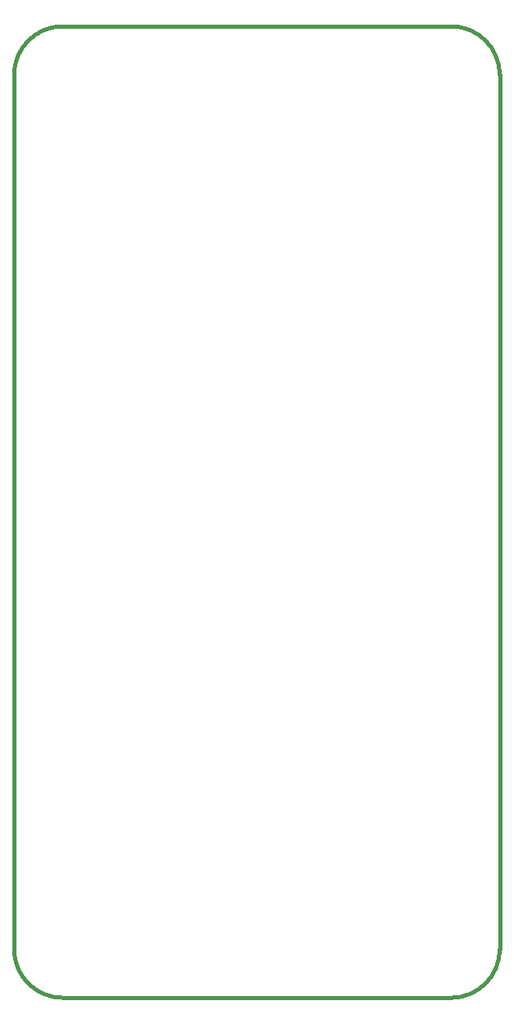
<source format=gm1>
G04 #@! TF.FileFunction,Profile,NP*
%FSLAX46Y46*%
G04 Gerber Fmt 4.6, Leading zero omitted, Abs format (unit mm)*
G04 Created by KiCad (PCBNEW 4.0.5) date 12/30/18 13:53:29*
%MOMM*%
%LPD*%
G01*
G04 APERTURE LIST*
%ADD10C,0.150000*%
%ADD11C,0.381000*%
G04 APERTURE END LIST*
D10*
D11*
X5000000Y100000000D02*
G75*
G03X0Y95000000I0J-5000000D01*
G01*
X50000000Y95000000D02*
G75*
G03X45000000Y100000000I-5000000J0D01*
G01*
X45000000Y0D02*
G75*
G03X50000000Y5000000I0J5000000D01*
G01*
X0Y5000000D02*
G75*
G03X5000000Y0I5000000J0D01*
G01*
X0Y95000000D02*
X0Y5000000D01*
X45000000Y100000000D02*
X5000000Y100000000D01*
X50000000Y5000000D02*
X50000000Y95000000D01*
X5000000Y0D02*
X45000000Y0D01*
M02*

</source>
